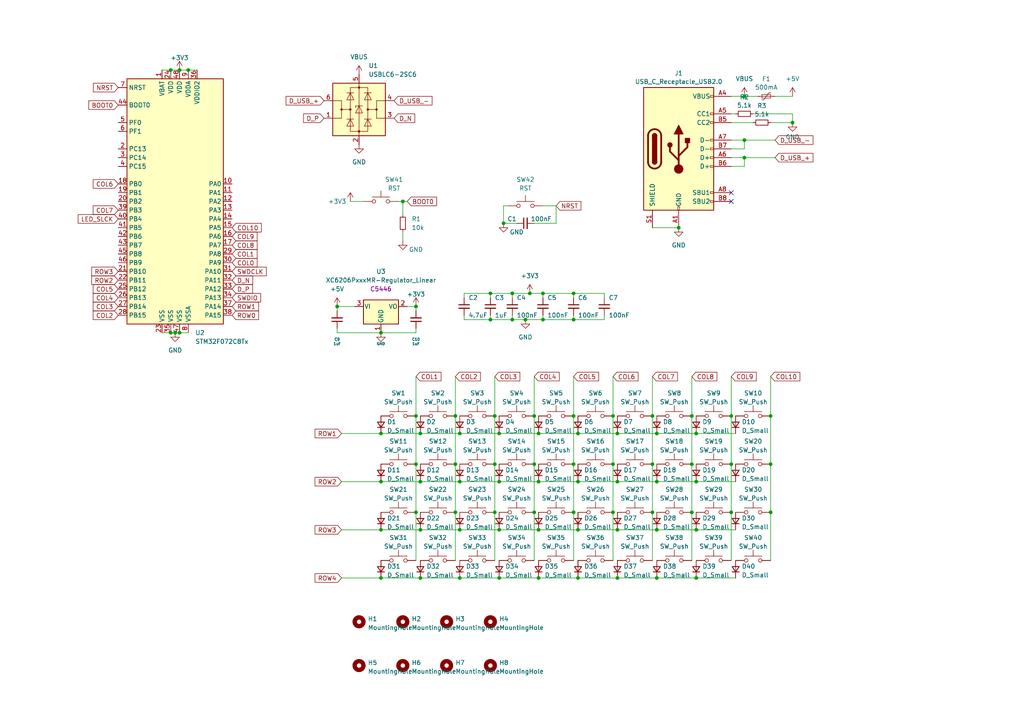
<source format=kicad_sch>
(kicad_sch (version 20230121) (generator eeschema)
  (paper "A4")
  (junction (at 179.07 125.73))
  (junction (at 157.48 85.09))
  (junction (at 110.49 153.67))
  (junction (at 156.21 167.64))
  (junction (at 144.78 139.7))
  (junction (at 177.8 120.65))
  (junction (at 177.8 148.59))
  (junction (at 120.65 134.62))
  (junction (at 148.59 85.09))
  (junction (at 156.21 139.7))
  (junction (at 189.23 120.65))
  (junction (at 143.51 148.59))
  (junction (at 133.35 125.73))
  (junction (at 179.07 167.64))
  (junction (at 177.8 134.62))
  (junction (at 142.24 85.09))
  (junction (at 144.78 167.64))
  (junction (at 166.37 120.65))
  (junction (at 146.05 64.77))
  (junction (at 148.59 92.71))
  (junction (at 201.93 125.73))
  (junction (at 121.92 167.64))
  (junction (at 110.49 167.64))
  (junction (at 52.07 96.52))
  (junction (at 133.35 167.64))
  (junction (at 190.5 139.7))
  (junction (at 120.65 88.9) (diameter 0.9144))
  (junction (at 189.23 148.59))
  (junction (at 144.78 125.73))
  (junction (at 190.5 167.64))
  (junction (at 153.67 85.09))
  (junction (at 142.24 92.71))
  (junction (at 154.94 120.65))
  (junction (at 190.5 153.67))
  (junction (at 229.87 35.56))
  (junction (at 215.9 45.72))
  (junction (at 166.37 92.71))
  (junction (at 201.93 139.7))
  (junction (at 166.37 85.09))
  (junction (at 49.53 96.52))
  (junction (at 97.79 88.9) (diameter 0.9144))
  (junction (at 223.52 148.59))
  (junction (at 156.21 125.73))
  (junction (at 201.93 167.64))
  (junction (at 132.08 134.62))
  (junction (at 215.9 40.64))
  (junction (at 121.92 139.7))
  (junction (at 223.52 134.62))
  (junction (at 144.78 153.67))
  (junction (at 152.4 92.71))
  (junction (at 201.93 153.67))
  (junction (at 166.37 134.62))
  (junction (at 215.9 27.94))
  (junction (at 200.66 120.65))
  (junction (at 200.66 148.59))
  (junction (at 157.48 92.71))
  (junction (at 166.37 148.59))
  (junction (at 143.51 134.62))
  (junction (at 212.09 120.65))
  (junction (at 167.64 125.73))
  (junction (at 49.53 20.32))
  (junction (at 189.23 134.62))
  (junction (at 167.64 153.67))
  (junction (at 116.84 58.42))
  (junction (at 133.35 153.67))
  (junction (at 121.92 153.67))
  (junction (at 223.52 120.65))
  (junction (at 110.49 139.7))
  (junction (at 154.94 148.59))
  (junction (at 167.64 167.64))
  (junction (at 179.07 153.67))
  (junction (at 212.09 134.62))
  (junction (at 121.92 125.73))
  (junction (at 156.21 153.67))
  (junction (at 167.64 139.7))
  (junction (at 110.49 96.52) (diameter 0.9144))
  (junction (at 200.66 134.62))
  (junction (at 212.09 148.59))
  (junction (at 120.65 120.65))
  (junction (at 196.85 66.04))
  (junction (at 132.08 148.59))
  (junction (at 110.49 125.73))
  (junction (at 154.94 134.62))
  (junction (at 50.8 96.52))
  (junction (at 133.35 139.7))
  (junction (at 52.07 20.32))
  (junction (at 120.65 148.59))
  (junction (at 54.61 20.32))
  (junction (at 132.08 120.65))
  (junction (at 179.07 139.7))
  (junction (at 143.51 120.65))
  (junction (at 190.5 125.73))
  (no_connect (at 212.09 58.42))
  (no_connect (at 212.09 55.88))
  (wire (pts (xy 143.51 120.65) (xy 143.51 134.62)))
  (wire (pts (xy 143.51 134.62) (xy 143.51 148.59)))
  (wire (pts (xy 224.79 45.72) (xy 215.9 45.72)))
  (wire (pts (xy 154.94 148.59) (xy 154.94 162.56)))
  (wire (pts (xy 212.09 134.62) (xy 212.09 148.59)))
  (wire (pts (xy 166.37 134.62) (xy 166.37 148.59)))
  (wire (pts (xy 157.48 85.09) (xy 166.37 85.09)))
  (wire (pts (xy 166.37 85.09) (xy 166.37 86.36)))
  (wire (pts (xy 218.44 33.02) (xy 229.87 33.02)))
  (wire (pts (xy 144.78 167.64) (xy 156.21 167.64)))
  (wire (pts (xy 142.24 91.44) (xy 142.24 92.71)))
  (wire (pts (xy 133.35 167.64) (xy 144.78 167.64)))
  (wire (pts (xy 190.5 139.7) (xy 201.93 139.7)))
  (wire (pts (xy 166.37 85.09) (xy 175.26 85.09)))
  (wire (pts (xy 133.35 153.67) (xy 144.78 153.67)))
  (wire (pts (xy 99.06 139.7) (xy 110.49 139.7)))
  (wire (pts (xy 116.84 58.42) (xy 116.84 62.23)))
  (wire (pts (xy 223.52 120.65) (xy 223.52 134.62)))
  (wire (pts (xy 177.8 109.22) (xy 177.8 120.65)))
  (wire (pts (xy 134.62 86.36) (xy 134.62 85.09)))
  (wire (pts (xy 134.62 85.09) (xy 142.24 85.09)))
  (wire (pts (xy 97.79 88.9) (xy 102.87 88.9)))
  (wire (pts (xy 189.23 148.59) (xy 189.23 162.56)))
  (wire (pts (xy 224.79 27.94) (xy 229.87 27.94)))
  (wire (pts (xy 144.78 139.7) (xy 156.21 139.7)))
  (wire (pts (xy 134.62 91.44) (xy 134.62 92.71)))
  (wire (pts (xy 200.66 134.62) (xy 200.66 148.59)))
  (wire (pts (xy 146.05 59.69) (xy 147.32 59.69)))
  (wire (pts (xy 115.57 58.42) (xy 116.84 58.42)))
  (wire (pts (xy 143.51 109.22) (xy 143.51 120.65)))
  (wire (pts (xy 132.08 148.59) (xy 132.08 162.56)))
  (wire (pts (xy 120.65 134.62) (xy 120.65 148.59)))
  (wire (pts (xy 132.08 109.22) (xy 132.08 120.65)))
  (wire (pts (xy 54.61 20.32) (xy 52.07 20.32)))
  (wire (pts (xy 212.09 109.22) (xy 212.09 120.65)))
  (wire (pts (xy 201.93 167.64) (xy 213.36 167.64)))
  (wire (pts (xy 97.79 95.25) (xy 97.79 96.52)))
  (wire (pts (xy 213.36 33.02) (xy 212.09 33.02)))
  (wire (pts (xy 132.08 134.62) (xy 132.08 148.59)))
  (wire (pts (xy 50.8 96.52) (xy 52.07 96.52)))
  (wire (pts (xy 133.35 125.73) (xy 144.78 125.73)))
  (wire (pts (xy 99.06 167.64) (xy 110.49 167.64)))
  (wire (pts (xy 190.5 167.64) (xy 201.93 167.64)))
  (wire (pts (xy 116.84 58.42) (xy 118.11 58.42)))
  (wire (pts (xy 120.65 148.59) (xy 120.65 162.56)))
  (wire (pts (xy 46.99 20.32) (xy 49.53 20.32)))
  (wire (pts (xy 101.6 58.42) (xy 105.41 58.42)))
  (wire (pts (xy 156.21 153.67) (xy 167.64 153.67)))
  (wire (pts (xy 154.94 64.77) (xy 161.29 64.77)))
  (wire (pts (xy 189.23 109.22) (xy 189.23 120.65)))
  (wire (pts (xy 99.06 125.73) (xy 110.49 125.73)))
  (wire (pts (xy 212.09 148.59) (xy 212.09 162.56)))
  (wire (pts (xy 179.07 167.64) (xy 190.5 167.64)))
  (wire (pts (xy 142.24 85.09) (xy 142.24 86.36)))
  (wire (pts (xy 189.23 134.62) (xy 189.23 148.59)))
  (wire (pts (xy 215.9 45.72) (xy 215.9 48.26)))
  (wire (pts (xy 110.49 96.52) (xy 97.79 96.52)))
  (wire (pts (xy 177.8 134.62) (xy 177.8 148.59)))
  (wire (pts (xy 190.5 153.67) (xy 201.93 153.67)))
  (wire (pts (xy 223.52 109.22) (xy 223.52 120.65)))
  (wire (pts (xy 157.48 92.71) (xy 166.37 92.71)))
  (wire (pts (xy 166.37 92.71) (xy 166.37 91.44)))
  (wire (pts (xy 201.93 125.73) (xy 213.36 125.73)))
  (wire (pts (xy 161.29 64.77) (xy 161.29 59.69)))
  (wire (pts (xy 121.92 153.67) (xy 133.35 153.67)))
  (wire (pts (xy 224.79 40.64) (xy 215.9 40.64)))
  (wire (pts (xy 229.87 35.56) (xy 223.52 35.56)))
  (wire (pts (xy 175.26 85.09) (xy 175.26 86.36)))
  (wire (pts (xy 121.92 139.7) (xy 133.35 139.7)))
  (wire (pts (xy 175.26 91.44) (xy 175.26 92.71)))
  (wire (pts (xy 148.59 91.44) (xy 148.59 92.71)))
  (wire (pts (xy 157.48 59.69) (xy 161.29 59.69)))
  (wire (pts (xy 154.94 134.62) (xy 154.94 148.59)))
  (wire (pts (xy 146.05 64.77) (xy 146.05 59.69)))
  (wire (pts (xy 215.9 45.72) (xy 212.09 45.72)))
  (wire (pts (xy 167.64 167.64) (xy 179.07 167.64)))
  (wire (pts (xy 212.09 43.18) (xy 215.9 43.18)))
  (wire (pts (xy 121.92 167.64) (xy 133.35 167.64)))
  (wire (pts (xy 215.9 40.64) (xy 215.9 43.18)))
  (wire (pts (xy 120.65 88.9) (xy 120.65 90.17)))
  (wire (pts (xy 110.49 139.7) (xy 121.92 139.7)))
  (wire (pts (xy 148.59 85.09) (xy 142.24 85.09)))
  (wire (pts (xy 166.37 148.59) (xy 166.37 162.56)))
  (wire (pts (xy 148.59 85.09) (xy 148.59 86.36)))
  (wire (pts (xy 142.24 92.71) (xy 148.59 92.71)))
  (wire (pts (xy 190.5 125.73) (xy 201.93 125.73)))
  (wire (pts (xy 157.48 92.71) (xy 157.48 91.44)))
  (wire (pts (xy 134.62 92.71) (xy 142.24 92.71)))
  (wire (pts (xy 54.61 20.32) (xy 57.15 20.32)))
  (wire (pts (xy 110.49 167.64) (xy 121.92 167.64)))
  (wire (pts (xy 157.48 85.09) (xy 157.48 86.36)))
  (wire (pts (xy 110.49 125.73) (xy 121.92 125.73)))
  (wire (pts (xy 218.44 35.56) (xy 212.09 35.56)))
  (wire (pts (xy 223.52 134.62) (xy 223.52 148.59)))
  (wire (pts (xy 154.94 109.22) (xy 154.94 120.65)))
  (wire (pts (xy 156.21 167.64) (xy 167.64 167.64)))
  (wire (pts (xy 167.64 125.73) (xy 179.07 125.73)))
  (wire (pts (xy 212.09 27.94) (xy 215.9 27.94)))
  (wire (pts (xy 166.37 92.71) (xy 175.26 92.71)))
  (wire (pts (xy 132.08 120.65) (xy 132.08 134.62)))
  (wire (pts (xy 166.37 109.22) (xy 166.37 120.65)))
  (wire (pts (xy 215.9 27.94) (xy 219.71 27.94)))
  (wire (pts (xy 116.84 67.31) (xy 116.84 69.85)))
  (wire (pts (xy 120.65 109.22) (xy 120.65 120.65)))
  (wire (pts (xy 189.23 120.65) (xy 189.23 134.62)))
  (wire (pts (xy 179.07 153.67) (xy 190.5 153.67)))
  (wire (pts (xy 201.93 153.67) (xy 213.36 153.67)))
  (wire (pts (xy 120.65 95.25) (xy 120.65 96.52)))
  (wire (pts (xy 110.49 96.52) (xy 120.65 96.52)))
  (wire (pts (xy 46.99 96.52) (xy 49.53 96.52)))
  (wire (pts (xy 148.59 92.71) (xy 152.4 92.71)))
  (wire (pts (xy 200.66 148.59) (xy 200.66 162.56)))
  (wire (pts (xy 144.78 125.73) (xy 156.21 125.73)))
  (wire (pts (xy 49.53 20.32) (xy 52.07 20.32)))
  (wire (pts (xy 149.86 64.77) (xy 146.05 64.77)))
  (wire (pts (xy 154.94 120.65) (xy 154.94 134.62)))
  (wire (pts (xy 212.09 48.26) (xy 215.9 48.26)))
  (wire (pts (xy 156.21 125.73) (xy 167.64 125.73)))
  (wire (pts (xy 52.07 96.52) (xy 54.61 96.52)))
  (wire (pts (xy 215.9 40.64) (xy 212.09 40.64)))
  (wire (pts (xy 167.64 153.67) (xy 179.07 153.67)))
  (wire (pts (xy 201.93 139.7) (xy 213.36 139.7)))
  (wire (pts (xy 223.52 148.59) (xy 223.52 162.56)))
  (wire (pts (xy 143.51 148.59) (xy 143.51 162.56)))
  (wire (pts (xy 97.79 88.9) (xy 97.79 90.17)))
  (wire (pts (xy 118.11 88.9) (xy 120.65 88.9)))
  (wire (pts (xy 229.87 33.02) (xy 229.87 35.56)))
  (wire (pts (xy 167.64 139.7) (xy 179.07 139.7)))
  (wire (pts (xy 200.66 109.22) (xy 200.66 120.65)))
  (wire (pts (xy 121.92 125.73) (xy 133.35 125.73)))
  (wire (pts (xy 49.53 96.52) (xy 50.8 96.52)))
  (wire (pts (xy 133.35 139.7) (xy 144.78 139.7)))
  (wire (pts (xy 212.09 120.65) (xy 212.09 134.62)))
  (wire (pts (xy 120.65 120.65) (xy 120.65 134.62)))
  (wire (pts (xy 148.59 85.09) (xy 153.67 85.09)))
  (wire (pts (xy 153.67 85.09) (xy 157.48 85.09)))
  (wire (pts (xy 189.23 66.04) (xy 196.85 66.04)))
  (wire (pts (xy 144.78 153.67) (xy 156.21 153.67)))
  (wire (pts (xy 152.4 92.71) (xy 157.48 92.71)))
  (wire (pts (xy 166.37 120.65) (xy 166.37 134.62)))
  (wire (pts (xy 110.49 153.67) (xy 121.92 153.67)))
  (wire (pts (xy 200.66 120.65) (xy 200.66 134.62)))
  (wire (pts (xy 99.06 153.67) (xy 110.49 153.67)))
  (wire (pts (xy 179.07 125.73) (xy 190.5 125.73)))
  (wire (pts (xy 177.8 148.59) (xy 177.8 162.56)))
  (wire (pts (xy 156.21 139.7) (xy 167.64 139.7)))
  (wire (pts (xy 177.8 120.65) (xy 177.8 134.62)))
  (wire (pts (xy 179.07 139.7) (xy 190.5 139.7)))
  (global_label "SWDCLK" (shape input) (at 67.31 78.74 0) (property "Intersheetrefs" "${INTERSHEET_REFS}" (effects hide)))
  (global_label "NRST" (shape input) (at 161.29 59.69 0) (property "Intersheetrefs" "${INTERSHEET_REFS}" (effects hide)))
  (global_label "D_USB_+" (shape input) (at 93.98 29.21 180) (property "Intersheetrefs" "${INTERSHEET_REFS}" (effects hide)))
  (global_label "ROW0" (shape input) (at 67.31 91.44 0) (property "Intersheetrefs" "${INTERSHEET_REFS}" (effects hide)))
  (global_label "COL6" (shape input) (at 177.8 109.22 0) (property "Intersheetrefs" "${INTERSHEET_REFS}" (effects hide)))
  (global_label "COL2" (shape input) (at 34.29 91.44 180) (property "Intersheetrefs" "${INTERSHEET_REFS}" (effects hide)))
  (global_label "COL0" (shape input) (at 67.31 76.2 0) (property "Intersheetrefs" "${INTERSHEET_REFS}" (effects hide)))
  (global_label "COL1" (shape input) (at 67.31 73.66 0) (property "Intersheetrefs" "${INTERSHEET_REFS}" (effects hide)))
  (global_label "D_P" (shape input) (at 93.98 34.29 180) (property "Intersheetrefs" "${INTERSHEET_REFS}" (effects hide)))
  (global_label "COL7" (shape input) (at 189.23 109.22 0) (property "Intersheetrefs" "${INTERSHEET_REFS}" (effects hide)))
  (global_label "COL1" (shape input) (at 120.65 109.22 0) (property "Intersheetrefs" "${INTERSHEET_REFS}" (effects hide)))
  (global_label "LED_SLCK" (shape input) (at 34.29 63.5 180) (property "Intersheetrefs" "${INTERSHEET_REFS}" (effects hide)))
  (global_label "COL4" (shape input) (at 154.94 109.22 0) (property "Intersheetrefs" "${INTERSHEET_REFS}" (effects hide)))
  (global_label "SWDIO" (shape input) (at 67.31 86.36 0) (property "Intersheetrefs" "${INTERSHEET_REFS}" (effects hide)))
  (global_label "COL5" (shape input) (at 166.37 109.22 0) (property "Intersheetrefs" "${INTERSHEET_REFS}" (effects hide)))
  (global_label "COL4" (shape input) (at 34.29 86.36 180) (property "Intersheetrefs" "${INTERSHEET_REFS}" (effects hide)))
  (global_label "COL2" (shape input) (at 132.08 109.22 0) (property "Intersheetrefs" "${INTERSHEET_REFS}" (effects hide)))
  (global_label "D_N" (shape input) (at 67.31 81.28 0) (property "Intersheetrefs" "${INTERSHEET_REFS}" (effects hide)))
  (global_label "COL7" (shape input) (at 34.29 60.96 180) (property "Intersheetrefs" "${INTERSHEET_REFS}" (effects hide)))
  (global_label "COL9" (shape input) (at 67.31 68.58 0) (property "Intersheetrefs" "${INTERSHEET_REFS}" (effects hide)))
  (global_label "D_P" (shape input) (at 67.31 83.82 0) (property "Intersheetrefs" "${INTERSHEET_REFS}" (effects hide)))
  (global_label "ROW1" (shape input) (at 99.06 125.73 180) (property "Intersheetrefs" "${INTERSHEET_REFS}" (effects hide)))
  (global_label "BOOT0" (shape input) (at 118.11 58.42 0) (property "Intersheetrefs" "${INTERSHEET_REFS}" (effects hide)))
  (global_label "COL10" (shape input) (at 67.31 66.04 0) (property "Intersheetrefs" "${INTERSHEET_REFS}" (effects hide)))
  (global_label "COL3" (shape input) (at 34.29 88.9 180) (property "Intersheetrefs" "${INTERSHEET_REFS}" (effects hide)))
  (global_label "COL5" (shape input) (at 34.29 83.82 180) (property "Intersheetrefs" "${INTERSHEET_REFS}" (effects hide)))
  (global_label "D_N" (shape input) (at 114.3 34.29 0) (property "Intersheetrefs" "${INTERSHEET_REFS}" (effects hide)))
  (global_label "ROW4" (shape input) (at 99.06 167.64 180) (property "Intersheetrefs" "${INTERSHEET_REFS}" (effects hide)))
  (global_label "NRST" (shape input) (at 34.29 25.4 180) (property "Intersheetrefs" "${INTERSHEET_REFS}" (effects hide)))
  (global_label "ROW3" (shape input) (at 34.29 78.74 180) (property "Intersheetrefs" "${INTERSHEET_REFS}" (effects hide)))
  (global_label "COL8" (shape input) (at 200.66 109.22 0) (property "Intersheetrefs" "${INTERSHEET_REFS}" (effects hide)))
  (global_label "D_USB_+" (shape input) (at 224.79 45.72 0) (property "Intersheetrefs" "${INTERSHEET_REFS}" (effects hide)))
  (global_label "ROW2" (shape input) (at 34.29 81.28 180) (property "Intersheetrefs" "${INTERSHEET_REFS}" (effects hide)))
  (global_label "COL9" (shape input) (at 212.09 109.22 0) (property "Intersheetrefs" "${INTERSHEET_REFS}" (effects hide)))
  (global_label "ROW3" (shape input) (at 99.06 153.67 180) (property "Intersheetrefs" "${INTERSHEET_REFS}" (effects hide)))
  (global_label "BOOT0" (shape input) (at 34.29 30.48 180) (property "Intersheetrefs" "${INTERSHEET_REFS}" (effects hide)))
  (global_label "D_USB_-" (shape input) (at 114.3 29.21 0) (property "Intersheetrefs" "${INTERSHEET_REFS}" (effects hide)))
  (global_label "D_USB_-" (shape input) (at 224.79 40.64 0) (property "Intersheetrefs" "${INTERSHEET_REFS}" (effects hide)))
  (global_label "ROW1" (shape input) (at 67.31 88.9 0) (property "Intersheetrefs" "${INTERSHEET_REFS}" (effects hide)))
  (global_label "COL8" (shape input) (at 67.31 71.12 0) (property "Intersheetrefs" "${INTERSHEET_REFS}" (effects hide)))
  (global_label "COL6" (shape input) (at 34.29 53.34 180) (property "Intersheetrefs" "${INTERSHEET_REFS}" (effects hide)))
  (global_label "COL3" (shape input) (at 143.51 109.22 0) (property "Intersheetrefs" "${INTERSHEET_REFS}" (effects hide)))
  (global_label "ROW2" (shape input) (at 99.06 139.7 180) (property "Intersheetrefs" "${INTERSHEET_REFS}" (effects hide)))
  (global_label "COL10" (shape input) (at 223.52 109.22 0) (property "Intersheetrefs" "${INTERSHEET_REFS}" (effects hide)))
  (symbol (lib_id "power:GND") (at 104.14 41.91 0) (unit 1)
    (property "Reference" "#PWR05" (effects hide))
    (property "Value" "GND" (at 104.14 46.99 0))
  )
  (symbol (lib_id "Device:C_Small") (at 148.59 88.9 0) (unit 1)
    (property "Reference" "C4" (at 149.86 86.3599 0) (effects (justify left)))
    (property "Value" "100nF" (at 149.86 91.4399 0) (effects (justify left)))
    (property "Footprint" "Capacitor_SMD:C_0402_1005Metric" (effects hide))
    (property "LCSC" "C307331" (effects hide))
  )
  (symbol (lib_id "Device:R_Small") (at 116.84 64.77 0) (unit 1)
    (property "Reference" "R1" (at 119.38 63.4999 0) (effects (justify left)))
    (property "Value" "10k" (at 119.38 66.0399 0) (effects (justify left)))
    (property "Footprint" "Resistor_SMD:R_0402_1005Metric" (effects hide))
  )
  (symbol (lib_id "Switch:SW_Push") (at 110.49 58.42 0) (unit 1)
    (property "Reference" "SW41" (at 114.3 52.07 0))
    (property "Value" "RST" (at 114.3 54.61 0))
    (property "Footprint" "Button_Switch_SMD:SW_SPST_SKQG_WithoutStem" (effects hide))
  )
  (symbol (lib_id "Switch:SW_Push") (at 138.43 134.62 0) (unit 1)
    (property "Reference" "SW13" (at 138.43 127.9992 0))
    (property "Value" "SW_Push" (at 138.43 130.5361 0))
    (property "Footprint" "userlib:Button_Mute_Kailh" (effects hide))
  )
  (symbol (lib_id "Device:C_Small") (at 166.37 88.9 0) (unit 1)
    (property "Reference" "C6" (at 167.64 86.3599 0) (effects (justify left)))
    (property "Value" "100nF" (at 167.64 91.4399 0) (effects (justify left)))
    (property "Footprint" "Capacitor_SMD:C_0402_1005Metric" (effects hide))
    (property "LCSC" "C307331" (effects hide))
  )
  (symbol (lib_id "Device:D_Small") (at 110.49 165.1 90) (unit 1)
    (property "Reference" "D31" (at 112.268 164.2653 90) (effects (justify right)))
    (property "Value" "D_Small" (at 112.268 166.8022 90) (effects (justify right)))
    (property "Footprint" "Diode_SMD:D_SOD-523" (effects hide))
  )
  (symbol (lib_id "Switch:SW_Push") (at 115.57 148.59 0) (unit 1)
    (property "Reference" "SW21" (at 115.57 141.9692 0))
    (property "Value" "SW_Push" (at 115.57 144.5061 0))
    (property "Footprint" "userlib:Button_Mute_Kailh" (effects hide))
  )
  (symbol (lib_id "Device:D_Small") (at 121.92 123.19 90) (unit 1)
    (property "Reference" "D2" (at 123.698 122.3553 90) (effects (justify right)))
    (property "Value" "D_Small" (at 123.698 124.8922 90) (effects (justify right)))
    (property "Footprint" "Diode_SMD:D_SOD-523" (effects hide))
  )
  (symbol (lib_id "power:GND") (at 196.85 66.04 0) (unit 1)
    (property "Reference" "#PWR018" (effects hide))
    (property "Value" "GND" (at 196.85 71.12 0))
  )
  (symbol (lib_id "Device:D_Small") (at 156.21 165.1 90) (unit 1)
    (property "Reference" "D35" (at 157.988 164.2653 90) (effects (justify right)))
    (property "Value" "D_Small" (at 157.988 166.8022 90) (effects (justify right)))
    (property "Footprint" "Diode_SMD:D_SOD-523" (effects hide))
  )
  (symbol (lib_id "Device:D_Small") (at 156.21 151.13 90) (unit 1)
    (property "Reference" "D25" (at 157.988 150.2953 90) (effects (justify right)))
    (property "Value" "D_Small" (at 157.988 152.8322 90) (effects (justify right)))
    (property "Footprint" "Diode_SMD:D_SOD-523" (effects hide))
  )
  (symbol (lib_id "Device:D_Small") (at 167.64 165.1 90) (unit 1)
    (property "Reference" "D36" (at 169.418 164.2653 90) (effects (justify right)))
    (property "Value" "D_Small" (at 169.418 166.8022 90) (effects (justify right)))
    (property "Footprint" "Diode_SMD:D_SOD-523" (effects hide))
  )
  (symbol (lib_id "Device:D_Small") (at 144.78 165.1 90) (unit 1)
    (property "Reference" "D34" (at 146.558 164.2653 90) (effects (justify right)))
    (property "Value" "D_Small" (at 146.558 166.8022 90) (effects (justify right)))
    (property "Footprint" "Diode_SMD:D_SOD-523" (effects hide))
  )
  (symbol (lib_id "Device:R_Small") (at 220.98 35.56 270) (unit 1)
    (property "Reference" "R3" (at 220.98 30.6791 90))
    (property "Value" "5.1k" (at 220.98 33.1033 90))
    (property "Footprint" "Resistor_SMD:R_0402_1005Metric" (effects hide))
  )
  (symbol (lib_id "power:VBUS") (at 104.14 21.59 0) (unit 1)
    (property "Reference" "#PWR02" (effects hide))
    (property "Value" "VBUS" (at 104.14 16.51 0))
  )
  (symbol (lib_id "Device:D_Small") (at 190.5 137.16 90) (unit 1)
    (property "Reference" "D18" (at 192.278 136.3253 90) (effects (justify right)))
    (property "Value" "D_Small" (at 192.278 138.8622 90) (effects (justify right)))
    (property "Footprint" "Diode_SMD:D_SOD-523" (effects hide))
  )
  (symbol (lib_id "Switch:SW_Push") (at 161.29 120.65 0) (unit 1)
    (property "Reference" "SW5" (at 161.29 114.0292 0))
    (property "Value" "SW_Push" (at 161.29 116.5661 0))
    (property "Footprint" "userlib:Button_Mute_Kailh" (effects hide))
  )
  (symbol (lib_id "Device:C_Small") (at 175.26 88.9 0) (unit 1)
    (property "Reference" "C7" (at 176.53 86.3599 0) (effects (justify left)))
    (property "Value" "100nF" (at 176.53 91.4399 0) (effects (justify left)))
    (property "Footprint" "Capacitor_SMD:C_0402_1005Metric" (effects hide))
    (property "LCSC" "C307331" (effects hide))
  )
  (symbol (lib_id "Switch:SW_Push") (at 115.57 134.62 0) (unit 1)
    (property "Reference" "SW11" (at 115.57 127.9992 0))
    (property "Value" "SW_Push" (at 115.57 130.5361 0))
    (property "Footprint" "userlib:Button_Mute_Kailh" (effects hide))
  )
  (symbol (lib_id "Power_Protection:USBLC6-2SC6") (at 104.14 31.75 0) (unit 1)
    (property "Reference" "U1" (at 106.9087 19.05 0) (effects (justify left)))
    (property "Value" "USBLC6-2SC6" (at 106.9087 21.59 0) (effects (justify left)))
    (property "Footprint" "Package_TO_SOT_SMD:SOT-23-6" (effects hide))
    (property "Datasheet" "https://www.st.com/resource/en/datasheet/usblc6-2.pdf" (effects hide))
  )
  (symbol (lib_id "Device:D_Small") (at 144.78 123.19 90) (unit 1)
    (property "Reference" "D4" (at 146.558 122.3553 90) (effects (justify right)))
    (property "Value" "D_Small" (at 146.558 124.8922 90) (effects (justify right)))
    (property "Footprint" "Diode_SMD:D_SOD-523" (effects hide))
  )
  (symbol (lib_name "GND_1") (lib_id "power:GND") (at 229.87 35.56 0) (unit 1)
    (property "Reference" "#PWR03" (effects hide))
    (property "Value" "GND" (at 229.87 39.6931 0))
  )
  (symbol (lib_id "Switch:SW_Push") (at 218.44 162.56 0) (unit 1)
    (property "Reference" "SW40" (at 218.44 155.9392 0))
    (property "Value" "SW_Push" (at 218.44 158.4761 0))
    (property "Footprint" "userlib:Button_Mute_Kailh" (effects hide))
  )
  (symbol (lib_id "Switch:SW_Push") (at 138.43 148.59 0) (unit 1)
    (property "Reference" "SW23" (at 138.43 141.9692 0))
    (property "Value" "SW_Push" (at 138.43 144.5061 0))
    (property "Footprint" "userlib:Button_Mute_Kailh" (effects hide))
  )
  (symbol (lib_id "Device:D_Small") (at 110.49 137.16 90) (unit 1)
    (property "Reference" "D11" (at 112.268 136.3253 90) (effects (justify right)))
    (property "Value" "D_Small" (at 112.268 138.8622 90) (effects (justify right)))
    (property "Footprint" "Diode_SMD:D_SOD-523" (effects hide))
  )
  (symbol (lib_id "Switch:SW_Push") (at 207.01 134.62 0) (unit 1)
    (property "Reference" "SW19" (at 207.01 127.9992 0))
    (property "Value" "SW_Push" (at 207.01 130.5361 0))
    (property "Footprint" "userlib:Button_Mute_Kailh" (effects hide))
  )
  (symbol (lib_id "Device:D_Small") (at 133.35 151.13 90) (unit 1)
    (property "Reference" "D23" (at 135.128 150.2953 90) (effects (justify right)))
    (property "Value" "D_Small" (at 135.128 152.8322 90) (effects (justify right)))
    (property "Footprint" "Diode_SMD:D_SOD-523" (effects hide))
  )
  (symbol (lib_id "Device:D_Small") (at 179.07 165.1 90) (unit 1)
    (property "Reference" "D37" (at 180.848 164.2653 90) (effects (justify right)))
    (property "Value" "D_Small" (at 180.848 166.8022 90) (effects (justify right)))
    (property "Footprint" "Diode_SMD:D_SOD-523" (effects hide))
  )
  (symbol (lib_id "Device:D_Small") (at 201.93 137.16 90) (unit 1)
    (property "Reference" "D19" (at 203.708 136.3253 90) (effects (justify right)))
    (property "Value" "D_Small" (at 203.708 138.8622 90) (effects (justify right)))
    (property "Footprint" "Diode_SMD:D_SOD-523" (effects hide))
  )
  (symbol (lib_id "Device:Polyfuse_Small") (at 222.25 27.94 90) (unit 1)
    (property "Reference" "F1" (at 222.25 22.9067 90))
    (property "Value" "500mA" (at 222.25 25.3309 90))
    (property "Footprint" "Fuse:Fuse_1206_3216Metric" (effects hide))
  )
  (symbol (lib_id "Switch:SW_Push") (at 207.01 162.56 0) (unit 1)
    (property "Reference" "SW39" (at 207.01 155.9392 0))
    (property "Value" "SW_Push" (at 207.01 158.4761 0))
    (property "Footprint" "userlib:Button_Mute_Kailh" (effects hide))
  )
  (symbol (lib_id "power:GND") (at 116.84 69.85 0) (unit 1)
    (property "Reference" "#PWR09" (effects hide))
    (property "Value" "GND" (at 120.65 72.39 0))
  )
  (symbol (lib_id "Switch:SW_Push") (at 184.15 162.56 0) (unit 1)
    (property "Reference" "SW37" (at 184.15 155.9392 0))
    (property "Value" "SW_Push" (at 184.15 158.4761 0))
    (property "Footprint" "userlib:Button_Mute_Kailh" (effects hide))
  )
  (symbol (lib_id "Switch:SW_Push") (at 207.01 120.65 0) (unit 1)
    (property "Reference" "SW9" (at 207.01 114.0292 0))
    (property "Value" "SW_Push" (at 207.01 116.5661 0))
    (property "Footprint" "userlib:Button_Mute_Kailh" (effects hide))
  )
  (symbol (lib_id "Switch:SW_Push") (at 207.01 148.59 0) (unit 1)
    (property "Reference" "SW29" (at 207.01 141.9692 0))
    (property "Value" "SW_Push" (at 207.01 144.5061 0))
    (property "Footprint" "userlib:Button_Mute_Kailh" (effects hide))
  )
  (symbol (lib_id "Device:D_Small") (at 190.5 123.19 90) (unit 1)
    (property "Reference" "D8" (at 192.278 122.3553 90) (effects (justify right)))
    (property "Value" "D_Small" (at 192.278 124.8922 90) (effects (justify right)))
    (property "Footprint" "Diode_SMD:D_SOD-523" (effects hide))
  )
  (symbol (lib_id "Device:D_Small") (at 156.21 137.16 90) (unit 1)
    (property "Reference" "D15" (at 157.988 136.3253 90) (effects (justify right)))
    (property "Value" "D_Small" (at 157.988 138.8622 90) (effects (justify right)))
    (property "Footprint" "Diode_SMD:D_SOD-523" (effects hide))
  )
  (symbol (lib_id "Device:D_Small") (at 201.93 151.13 90) (unit 1)
    (property "Reference" "D29" (at 203.708 150.2953 90) (effects (justify right)))
    (property "Value" "D_Small" (at 203.708 152.8322 90) (effects (justify right)))
    (property "Footprint" "Diode_SMD:D_SOD-523" (effects hide))
  )
  (symbol (lib_id "Device:C_Small") (at 142.24 88.9 0) (unit 1)
    (property "Reference" "C3" (at 143.51 86.3599 0) (effects (justify left)))
    (property "Value" "1uF" (at 143.51 91.4399 0) (effects (justify left)))
    (property "Footprint" "Capacitor_SMD:C_0402_1005Metric" (effects hide))
    (property "LCSC" "C52923" (effects hide))
  )
  (symbol (lib_id "kicad-keyboard-parts:XC6206PxxxMR-Regulator_Linear") (at 110.49 88.9 0) (unit 1)
    (property "Reference" "U3" (at 110.49 78.74 0))
    (property "Value" "XC6206PxxxMR-Regulator_Linear" (at 110.49 81.28 0))
    (property "Footprint" "Package_TO_SOT_SMD:SOT-23" (effects hide))
    (property "Datasheet" "https://www.torexsemi.com/file/xc6206/XC6206.pdf" (effects hide))
    (property "LCSC" "C5446" (at 110.49 83.82 0))
  )
  (symbol (lib_id "Device:D_Small") (at 144.78 151.13 90) (unit 1)
    (property "Reference" "D24" (at 146.558 150.2953 90) (effects (justify right)))
    (property "Value" "D_Small" (at 146.558 152.8322 90) (effects (justify right)))
    (property "Footprint" "Diode_SMD:D_SOD-523" (effects hide))
  )
  (symbol (lib_id "Device:R_Small") (at 215.9 33.02 90) (unit 1)
    (property "Reference" "R2" (at 215.9 28.1391 90))
    (property "Value" "5.1k" (at 215.9 30.5633 90))
    (property "Footprint" "Resistor_SMD:R_0402_1005Metric" (effects hide))
  )
  (symbol (lib_id "Switch:SW_Push") (at 172.72 162.56 0) (unit 1)
    (property "Reference" "SW36" (at 172.72 155.9392 0))
    (property "Value" "SW_Push" (at 172.72 158.4761 0))
    (property "Footprint" "userlib:Button_Mute_Kailh" (effects hide))
  )
  (symbol (lib_id "Switch:SW_Push") (at 195.58 162.56 0) (unit 1)
    (property "Reference" "SW38" (at 195.58 155.9392 0))
    (property "Value" "SW_Push" (at 195.58 158.4761 0))
    (property "Footprint" "userlib:Button_Mute_Kailh" (effects hide))
  )
  (symbol (lib_id "Switch:SW_Push") (at 172.72 134.62 0) (unit 1)
    (property "Reference" "SW16" (at 172.72 127.9992 0))
    (property "Value" "SW_Push" (at 172.72 130.5361 0))
    (property "Footprint" "userlib:Button_Mute_Kailh" (effects hide))
  )
  (symbol (lib_id "Switch:SW_Push") (at 127 162.56 0) (unit 1)
    (property "Reference" "SW32" (at 127 155.9392 0))
    (property "Value" "SW_Push" (at 127 158.4761 0))
    (property "Footprint" "userlib:Button_Mute_Kailh" (effects hide))
  )
  (symbol (lib_id "Switch:SW_Push") (at 149.86 148.59 0) (unit 1)
    (property "Reference" "SW24" (at 149.86 141.9692 0))
    (property "Value" "SW_Push" (at 149.86 144.5061 0))
    (property "Footprint" "userlib:Button_Mute_Kailh" (effects hide))
  )
  (symbol (lib_id "Switch:SW_Push") (at 218.44 148.59 0) (unit 1)
    (property "Reference" "SW30" (at 218.44 141.9692 0))
    (property "Value" "SW_Push" (at 218.44 144.5061 0))
    (property "Footprint" "userlib:Button_Mute_Kailh" (effects hide))
  )
  (symbol (lib_id "Device:D_Small") (at 133.35 123.19 90) (unit 1)
    (property "Reference" "D3" (at 135.128 122.3553 90) (effects (justify right)))
    (property "Value" "D_Small" (at 135.128 124.8922 90) (effects (justify right)))
    (property "Footprint" "Diode_SMD:D_SOD-523" (effects hide))
  )
  (symbol (lib_id "Connector:USB_C_Receptacle_USB2.0") (at 196.85 43.18 0) (unit 1)
    (property "Reference" "J1" (at 196.85 21.2557 0))
    (property "Value" "USB_C_Receptacle_USB2.0" (at 196.85 23.6799 0))
    (property "Footprint" "Connector_USB:USB_C_Receptacle_XKB_U262-16XN-4BVC11" (effects hide))
    (property "Datasheet" "https://www.usb.org/sites/default/files/documents/usb_type-c.zip" (effects hide))
  )
  (symbol (lib_id "Switch:SW_Push") (at 195.58 134.62 0) (unit 1)
    (property "Reference" "SW18" (at 195.58 127.9992 0))
    (property "Value" "SW_Push" (at 195.58 130.5361 0))
    (property "Footprint" "userlib:Button_Mute_Kailh" (effects hide))
  )
  (symbol (lib_id "Device:C_Small") (at 157.48 88.9 0) (unit 1)
    (property "Reference" "C5" (at 158.75 86.3599 0) (effects (justify left)))
    (property "Value" "100nF" (at 158.75 91.4399 0) (effects (justify left)))
    (property "Footprint" "Capacitor_SMD:C_0402_1005Metric" (effects hide))
    (property "LCSC" "C307331" (effects hide))
  )
  (symbol (lib_id "power:GND") (at 146.05 64.77 0) (unit 1)
    (property "Reference" "#PWR08" (effects hide))
    (property "Value" "GND" (at 149.86 67.31 0))
  )
  (symbol (lib_id "Switch:SW_Push") (at 184.15 120.65 0) (unit 1)
    (property "Reference" "SW7" (at 184.15 114.0292 0))
    (property "Value" "SW_Push" (at 184.15 116.5661 0))
    (property "Footprint" "userlib:Button_Mute_Kailh" (effects hide))
  )
  (symbol (lib_id "Device:D_Small") (at 213.36 151.13 90) (unit 1)
    (property "Reference" "D30" (at 215.138 150.2953 90) (effects (justify right)))
    (property "Value" "D_Small" (at 215.138 152.8322 90) (effects (justify right)))
    (property "Footprint" "Diode_SMD:D_SOD-523" (effects hide))
  )
  (symbol (lib_id "Switch:SW_Push") (at 115.57 162.56 0) (unit 1)
    (property "Reference" "SW31" (at 115.57 155.9392 0))
    (property "Value" "SW_Push" (at 115.57 158.4761 0))
    (property "Footprint" "userlib:Button_Mute_Kailh" (effects hide))
  )
  (symbol (lib_id "Device:D_Small") (at 133.35 137.16 90) (unit 1)
    (property "Reference" "D13" (at 135.128 136.3253 90) (effects (justify right)))
    (property "Value" "D_Small" (at 135.128 138.8622 90) (effects (justify right)))
    (property "Footprint" "Diode_SMD:D_SOD-523" (effects hide))
  )
  (symbol (lib_id "Switch:SW_Push") (at 115.57 120.65 0) (unit 1)
    (property "Reference" "SW1" (at 115.57 114.0292 0))
    (property "Value" "SW_Push" (at 115.57 116.5661 0))
    (property "Footprint" "userlib:Button_Mute_Kailh" (effects hide))
  )
  (symbol (lib_id "Mechanical:MountingHole") (at 142.24 180.34 0) (unit 1)
    (property "Reference" "H4" (at 144.78 179.5053 0) (effects (justify left)))
    (property "Value" "MountingHole" (at 144.78 182.0422 0) (effects (justify left)))
    (property "Footprint" "userlib:m1.6_hole" (effects hide))
  )
  (symbol (lib_id "Device:D_Small") (at 110.49 123.19 90) (unit 1)
    (property "Reference" "D1" (at 112.268 122.3553 90) (effects (justify right)))
    (property "Value" "D_Small" (at 112.268 124.8922 90) (effects (justify right)))
    (property "Footprint" "Diode_SMD:D_SOD-523" (effects hide))
  )
  (symbol (lib_id "power:+5V") (at 229.87 27.94 0) (unit 1)
    (property "Reference" "#PWR017" (effects hide))
    (property "Value" "+5V" (at 229.87 22.86 0))
  )
  (symbol (lib_id "Switch:SW_Push") (at 161.29 162.56 0) (unit 1)
    (property "Reference" "SW35" (at 161.29 155.9392 0))
    (property "Value" "SW_Push" (at 161.29 158.4761 0))
    (property "Footprint" "userlib:Button_Mute_Kailh" (effects hide))
  )
  (symbol (lib_id "Device:C_Small") (at 120.65 92.71 180) (unit 1)
    (property "Reference" "C10" (at 120.65 98.425 0) (effects (font (size 0.762 0.762))))
    (property "Value" "1uF" (at 120.65 99.695 0) (effects (font (size 0.762 0.762))))
    (property "Footprint" "Capacitor_SMD:C_0402_1005Metric" (effects hide))
    (property "LCSC" "C52923" (effects hide))
  )
  (symbol (lib_id "Mechanical:MountingHole") (at 104.14 180.34 0) (unit 1)
    (property "Reference" "H1" (at 106.68 179.5053 0) (effects (justify left)))
    (property "Value" "MountingHole" (at 106.68 182.0422 0) (effects (justify left)))
    (property "Footprint" "userlib:m1.6_hole" (effects hide))
  )
  (symbol (lib_id "Mechanical:MountingHole") (at 129.54 180.34 0) (unit 1)
    (property "Reference" "H3" (at 132.08 179.5053 0) (effects (justify left)))
    (property "Value" "MountingHole" (at 132.08 182.0422 0) (effects (justify left)))
    (property "Footprint" "userlib:m1.6_hole" (effects hide))
  )
  (symbol (lib_id "Device:D_Small") (at 167.64 137.16 90) (unit 1)
    (property "Reference" "D16" (at 169.418 136.3253 90) (effects (justify right)))
    (property "Value" "D_Small" (at 169.418 138.8622 90) (effects (justify right)))
    (property "Footprint" "Diode_SMD:D_SOD-523" (effects hide))
  )
  (symbol (lib_id "Device:D_Small") (at 201.93 123.19 90) (unit 1)
    (property "Reference" "D9" (at 203.708 122.3553 90) (effects (justify right)))
    (property "Value" "D_Small" (at 203.708 124.8922 90) (effects (justify right)))
    (property "Footprint" "Diode_SMD:D_SOD-523" (effects hide))
  )
  (symbol (lib_id "Device:D_Small") (at 213.36 137.16 90) (unit 1)
    (property "Reference" "D20" (at 215.138 136.3253 90) (effects (justify right)))
    (property "Value" "D_Small" (at 215.138 138.8622 90) (effects (justify right)))
    (property "Footprint" "Diode_SMD:D_SOD-523" (effects hide))
  )
  (symbol (lib_id "Device:D_Small") (at 190.5 165.1 90) (unit 1)
    (property "Reference" "D38" (at 192.278 164.2653 90) (effects (justify right)))
    (property "Value" "D_Small" (at 192.278 166.8022 90) (effects (justify right)))
    (property "Footprint" "Diode_SMD:D_SOD-523" (effects hide))
  )
  (symbol (lib_id "Mechanical:MountingHole") (at 129.54 193.04 0) (unit 1)
    (property "Reference" "H7" (at 132.08 192.2053 0) (effects (justify left)))
    (property "Value" "MountingHole" (at 132.08 194.7422 0) (effects (justify left)))
    (property "Footprint" "userlib:m1.6_hole" (effects hide))
  )
  (symbol (lib_id "Switch:SW_Push") (at 149.86 162.56 0) (unit 1)
    (property "Reference" "SW34" (at 149.86 155.9392 0))
    (property "Value" "SW_Push" (at 149.86 158.4761 0))
    (property "Footprint" "userlib:Button_Mute_Kailh" (effects hide))
  )
  (symbol (lib_id "Device:D_Small") (at 144.78 137.16 90) (unit 1)
    (property "Reference" "D14" (at 146.558 136.3253 90) (effects (justify right)))
    (property "Value" "D_Small" (at 146.558 138.8622 90) (effects (justify right)))
    (property "Footprint" "Diode_SMD:D_SOD-523" (effects hide))
  )
  (symbol (lib_id "Switch:SW_Push") (at 149.86 120.65 0) (unit 1)
    (property "Reference" "SW4" (at 149.86 114.0292 0))
    (property "Value" "SW_Push" (at 149.86 116.5661 0))
    (property "Footprint" "userlib:Button_Mute_Kailh" (effects hide))
  )
  (symbol (lib_id "Device:D_Small") (at 167.64 151.13 90) (unit 1)
    (property "Reference" "D26" (at 169.418 150.2953 90) (effects (justify right)))
    (property "Value" "D_Small" (at 169.418 152.8322 90) (effects (justify right)))
    (property "Footprint" "Diode_SMD:D_SOD-523" (effects hide))
  )
  (symbol (lib_id "Switch:SW_Push") (at 149.86 134.62 0) (unit 1)
    (property "Reference" "SW14" (at 149.86 127.9992 0))
    (property "Value" "SW_Push" (at 149.86 130.5361 0))
    (property "Footprint" "userlib:Button_Mute_Kailh" (effects hide))
  )
  (symbol (lib_id "Device:D_Small") (at 179.07 123.19 90) (unit 1)
    (property "Reference" "D7" (at 180.848 122.3553 90) (effects (justify right)))
    (property "Value" "D_Small" (at 180.848 124.8922 90) (effects (justify right)))
    (property "Footprint" "Diode_SMD:D_SOD-523" (effects hide))
  )
  (symbol (lib_id "MCU_ST_STM32F0:STM32F072C8Tx") (at 52.07 58.42 0) (unit 1)
    (property "Reference" "U2" (at 56.6294 96.52 0) (effects (justify left)))
    (property "Value" "STM32F072C8Tx" (at 56.6294 99.06 0) (effects (justify left)))
    (property "Footprint" "Package_QFP:LQFP-48_7x7mm_P0.5mm" (effects hide))
    (property "Datasheet" "http://www.st.com/st-web-ui/static/active/en/resource/technical/document/datasheet/DM00090510.pdf" (effects hide))
  )
  (symbol (lib_id "power:+3.3V") (at 101.6 58.42 0) (unit 1)
    (property "Reference" "#PWR07" (effects hide))
    (property "Value" "+3.3V" (at 97.79 58.42 0))
  )
  (symbol (lib_id "Switch:SW_Push") (at 184.15 148.59 0) (unit 1)
    (property "Reference" "SW27" (at 184.15 141.9692 0))
    (property "Value" "SW_Push" (at 184.15 144.5061 0))
    (property "Footprint" "userlib:Button_Mute_Kailh" (effects hide))
  )
  (symbol (lib_id "Device:D_Small") (at 156.21 123.19 90) (unit 1)
    (property "Reference" "D5" (at 157.988 122.3553 90) (effects (justify right)))
    (property "Value" "D_Small" (at 157.988 124.8922 90) (effects (justify right)))
    (property "Footprint" "Diode_SMD:D_SOD-523" (effects hide))
  )
  (symbol (lib_id "Switch:SW_Push") (at 161.29 148.59 0) (unit 1)
    (property "Reference" "SW25" (at 161.29 141.9692 0))
    (property "Value" "SW_Push" (at 161.29 144.5061 0))
    (property "Footprint" "userlib:Button_Mute_Kailh" (effects hide))
  )
  (symbol (lib_id "Switch:SW_Push") (at 218.44 120.65 0) (unit 1)
    (property "Reference" "SW10" (at 218.44 114.0292 0))
    (property "Value" "SW_Push" (at 218.44 116.5661 0))
    (property "Footprint" "userlib:Button_Mute_Kailh" (effects hide))
  )
  (symbol (lib_id "power:GND") (at 50.8 96.52 0) (unit 1)
    (property "Reference" "#PWR014" (effects hide))
    (property "Value" "GND" (at 50.8 101.6 0))
  )
  (symbol (lib_id "Switch:SW_Push") (at 138.43 120.65 0) (unit 1)
    (property "Reference" "SW3" (at 138.43 114.0292 0))
    (property "Value" "SW_Push" (at 138.43 116.5661 0))
    (property "Footprint" "userlib:Button_Mute_Kailh" (effects hide))
  )
  (symbol (lib_id "Switch:SW_Push") (at 127 148.59 0) (unit 1)
    (property "Reference" "SW22" (at 127 141.9692 0))
    (property "Value" "SW_Push" (at 127 144.5061 0))
    (property "Footprint" "userlib:Button_Mute_Kailh" (effects hide))
  )
  (symbol (lib_id "power:+5V") (at 97.79 88.9 0) (unit 1)
    (property "Reference" "#PWR011" (effects hide))
    (property "Value" "+5V" (at 97.79 83.82 0))
  )
  (symbol (lib_id "Device:D_Small") (at 201.93 165.1 90) (unit 1)
    (property "Reference" "D39" (at 203.708 164.2653 90) (effects (justify right)))
    (property "Value" "D_Small" (at 203.708 166.8022 90) (effects (justify right)))
    (property "Footprint" "Diode_SMD:D_SOD-523" (effects hide))
  )
  (symbol (lib_id "Switch:SW_Push") (at 152.4 59.69 0) (unit 1)
    (property "Reference" "SW42" (at 152.4 52.07 0))
    (property "Value" "RST" (at 152.4 54.61 0))
    (property "Footprint" "Button_Switch_SMD:SW_SPST_SKQG_WithoutStem" (effects hide))
  )
  (symbol (lib_id "Switch:SW_Push") (at 195.58 120.65 0) (unit 1)
    (property "Reference" "SW8" (at 195.58 114.0292 0))
    (property "Value" "SW_Push" (at 195.58 116.5661 0))
    (property "Footprint" "userlib:Button_Mute_Kailh" (effects hide))
  )
  (symbol (lib_id "Switch:SW_Push") (at 138.43 162.56 0) (unit 1)
    (property "Reference" "SW33" (at 138.43 155.9392 0))
    (property "Value" "SW_Push" (at 138.43 158.4761 0))
    (property "Footprint" "userlib:Button_Mute_Kailh" (effects hide))
  )
  (symbol (lib_id "Device:D_Small") (at 179.07 137.16 90) (unit 1)
    (property "Reference" "D17" (at 180.848 136.3253 90) (effects (justify right)))
    (property "Value" "D_Small" (at 180.848 138.8622 90) (effects (justify right)))
    (property "Footprint" "Diode_SMD:D_SOD-523" (effects hide))
  )
  (symbol (lib_id "Device:C_Small") (at 152.4 64.77 90) (unit 1)
    (property "Reference" "C1" (at 149.86 63.5 90) (effects (justify left)))
    (property "Value" "100nF" (at 160.02 63.5 90) (effects (justify left)))
    (property "Footprint" "Capacitor_SMD:C_0402_1005Metric" (effects hide))
    (property "LCSC" "C307331" (effects hide))
  )
  (symbol (lib_id "power:GND") (at 152.4 92.71 0) (unit 1)
    (property "Reference" "#PWR013" (effects hide))
    (property "Value" "GND" (at 152.4 97.79 0))
  )
  (symbol (lib_id "Device:D_Small") (at 133.35 165.1 90) (unit 1)
    (property "Reference" "D33" (at 135.128 164.2653 90) (effects (justify right)))
    (property "Value" "D_Small" (at 135.128 166.8022 90) (effects (justify right)))
    (property "Footprint" "Diode_SMD:D_SOD-523" (effects hide))
  )
  (symbol (lib_id "Device:C_Small") (at 134.62 88.9 0) (unit 1)
    (property "Reference" "C2" (at 135.89 86.3599 0) (effects (justify left)))
    (property "Value" "4.7uF" (at 135.89 91.4399 0) (effects (justify left)))
    (property "Footprint" "Capacitor_SMD:C_0402_1005Metric" (effects hide))
    (property "LCSC" "C52923" (effects hide))
  )
  (symbol (lib_id "Device:D_Small") (at 121.92 151.13 90) (unit 1)
    (property "Reference" "D22" (at 123.698 150.2953 90) (effects (justify right)))
    (property "Value" "D_Small" (at 123.698 152.8322 90) (effects (justify right)))
    (property "Footprint" "Diode_SMD:D_SOD-523" (effects hide))
  )
  (symbol (lib_id "power:VBUS") (at 215.9 27.94 0) (unit 1)
    (property "Reference" "#PWR016" (effects hide))
    (property "Value" "VBUS" (at 215.9 22.86 0))
  )
  (symbol (lib_id "Mechanical:MountingHole") (at 142.24 193.04 0) (unit 1)
    (property "Reference" "H8" (at 144.78 192.2053 0) (effects (justify left)))
    (property "Value" "MountingHole" (at 144.78 194.7422 0) (effects (justify left)))
    (property "Footprint" "userlib:m1.6_hole" (effects hide))
  )
  (symbol (lib_id "Switch:SW_Push") (at 127 134.62 0) (unit 1)
    (property "Reference" "SW12" (at 127 127.9992 0))
    (property "Value" "SW_Push" (at 127 130.5361 0))
    (property "Footprint" "userlib:Button_Mute_Kailh" (effects hide))
  )
  (symbol (lib_id "power:GND") (at 110.49 96.52 0) (unit 1)
    (property "Reference" "#PWR015" (effects hide))
    (property "Value" "GND" (at 110.49 99.695 0) (effects (font (size 0.762 0.762))))
  )
  (symbol (lib_id "Device:D_Small") (at 167.64 123.19 90) (unit 1)
    (property "Reference" "D6" (at 169.418 122.3553 90) (effects (justify right)))
    (property "Value" "D_Small" (at 169.418 124.8922 90) (effects (justify right)))
    (property "Footprint" "Diode_SMD:D_SOD-523" (effects hide))
  )
  (symbol (lib_id "Switch:SW_Push") (at 184.15 134.62 0) (unit 1)
    (property "Reference" "SW17" (at 184.15 127.9992 0))
    (property "Value" "SW_Push" (at 184.15 130.5361 0))
    (property "Footprint" "userlib:Button_Mute_Kailh" (effects hide))
  )
  (symbol (lib_id "Switch:SW_Push") (at 161.29 134.62 0) (unit 1)
    (property "Reference" "SW15" (at 161.29 127.9992 0))
    (property "Value" "SW_Push" (at 161.29 130.5361 0))
    (property "Footprint" "userlib:Button_Mute_Kailh" (effects hide))
  )
  (symbol (lib_id "power:+3V3") (at 153.67 85.09 0) (unit 1)
    (property "Reference" "#PWR010" (effects hide))
    (property "Value" "+3V3" (at 153.67 80.01 0))
  )
  (symbol (lib_id "Device:D_Small") (at 110.49 151.13 90) (unit 1)
    (property "Reference" "D21" (at 112.268 150.2953 90) (effects (justify right)))
    (property "Value" "D_Small" (at 112.268 152.8322 90) (effects (justify right)))
    (property "Footprint" "Diode_SMD:D_SOD-523" (effects hide))
  )
  (symbol (lib_id "Device:D_Small") (at 190.5 151.13 90) (unit 1)
    (property "Reference" "D28" (at 192.278 150.2953 90) (effects (justify right)))
    (property "Value" "D_Small" (at 192.278 152.8322 90) (effects (justify right)))
    (property "Footprint" "Diode_SMD:D_SOD-523" (effects hide))
  )
  (symbol (lib_id "Switch:SW_Push") (at 127 120.65 0) (unit 1)
    (property "Reference" "SW2" (at 127 114.0292 0))
    (property "Value" "SW_Push" (at 127 116.5661 0))
    (property "Footprint" "userlib:Button_Mute_Kailh" (effects hide))
  )
  (symbol (lib_id "Mechanical:MountingHole") (at 116.84 193.04 0) (unit 1)
    (property "Reference" "H6" (at 119.38 192.2053 0) (effects (justify left)))
    (property "Value" "MountingHole" (at 119.38 194.7422 0) (effects (justify left)))
    (property "Footprint" "userlib:m1.6_hole" (effects hide))
  )
  (symbol (lib_id "Mechanical:MountingHole") (at 104.14 193.04 0) (unit 1)
    (property "Reference" "H5" (at 106.68 192.2053 0) (effects (justify left)))
    (property "Value" "MountingHole" (at 106.68 194.7422 0) (effects (justify left)))
    (property "Footprint" "userlib:m1.6_hole" (effects hide))
  )
  (symbol (lib_id "power:+3.3V") (at 120.65 88.9 0) (unit 1)
    (property "Reference" "#PWR012" (effects hide))
    (property "Value" "+3.3V" (at 120.65 85.3526 0))
  )
  (symbol (lib_id "Device:D_Small") (at 213.36 123.19 90) (unit 1)
    (property "Reference" "D10" (at 215.138 122.3553 90) (effects (justify right)))
    (property "Value" "D_Small" (at 215.138 124.8922 90) (effects (justify right)))
    (property "Footprint" "Diode_SMD:D_SOD-523" (effects hide))
  )
  (symbol (lib_id "Device:D_Small") (at 121.92 137.16 90) (unit 1)
    (property "Reference" "D12" (at 123.698 136.3253 90) (effects (justify right)))
    (property "Value" "D_Small" (at 123.698 138.8622 90) (effects (justify right)))
    (property "Footprint" "Diode_SMD:D_SOD-523" (effects hide))
  )
  (symbol (lib_id "Mechanical:MountingHole") (at 116.84 180.34 0) (unit 1)
    (property "Reference" "H2" (at 119.38 179.5053 0) (effects (justify left)))
    (property "Value" "MountingHole" (at 119.38 182.0422 0) (effects (justify left)))
    (property "Footprint" "userlib:m1.6_hole" (effects hide))
  )
  (symbol (lib_id "Switch:SW_Push") (at 172.72 148.59 0) (unit 1)
    (property "Reference" "SW26" (at 172.72 141.9692 0))
    (property "Value" "SW_Push" (at 172.72 144.5061 0))
    (property "Footprint" "userlib:Button_Mute_Kailh" (effects hide))
  )
  (symbol (lib_id "Switch:SW_Push") (at 195.58 148.59 0) (unit 1)
    (property "Reference" "SW28" (at 195.58 141.9692 0))
    (property "Value" "SW_Push" (at 195.58 144.5061 0))
    (property "Footprint" "userlib:Button_Mute_Kailh" (effects hide))
  )
  (symbol (lib_id "Device:D_Small") (at 213.36 165.1 90) (unit 1)
    (property "Reference" "D40" (at 215.138 164.2653 90) (effects (justify right)))
    (property "Value" "D_Small" (at 215.138 166.8022 90) (effects (justify right)))
    (property "Footprint" "Diode_SMD:D_SOD-523" (effects hide))
  )
  (symbol (lib_id "power:+3.3V") (at 52.07 20.32 0) (unit 1)
    (property "Reference" "#PWR01" (effects hide))
    (property "Value" "+3.3V" (at 52.07 16.7726 0))
  )
  (symbol (lib_id "Switch:SW_Push") (at 172.72 120.65 0) (unit 1)
    (property "Reference" "SW6" (at 172.72 114.0292 0))
    (property "Value" "SW_Push" (at 172.72 116.5661 0))
    (property "Footprint" "userlib:Button_Mute_Kailh" (effects hide))
  )
  (symbol (lib_id "Device:C_Small") (at 97.79 92.71 180) (unit 1)
    (property "Reference" "C9" (at 97.79 98.425 0) (effects (font (size 0.762 0.762))))
    (property "Value" "1uF" (at 97.79 99.695 0) (effects (font (size 0.762 0.762))))
    (property "Footprint" "Capacitor_SMD:C_0402_1005Metric" (effects hide))
    (property "LCSC" "C52923" (effects hide))
  )
  (symbol (lib_id "Device:D_Small") (at 121.92 165.1 90) (unit 1)
    (property "Reference" "D32" (at 123.698 164.2653 90) (effects (justify right)))
    (property "Value" "D_Small" (at 123.698 166.8022 90) (effects (justify right)))
    (property "Footprint" "Diode_SMD:D_SOD-523" (effects hide))
  )
  (symbol (lib_id "Device:D_Small") (at 179.07 151.13 90) (unit 1)
    (property "Reference" "D27" (at 180.848 150.2953 90) (effects (justify right)))
    (property "Value" "D_Small" (at 180.848 152.8322 90) (effects (justify right)))
    (property "Footprint" "Diode_SMD:D_SOD-523" (effects hide))
  )
  (symbol (lib_id "Switch:SW_Push") (at 218.44 134.62 0) (unit 1)
    (property "Reference" "SW20" (at 218.44 127.9992 0))
    (property "Value" "SW_Push" (at 218.44 130.5361 0))
    (property "Footprint" "userlib:Button_Mute_Kailh" (effects hide))
  )
)
</source>
